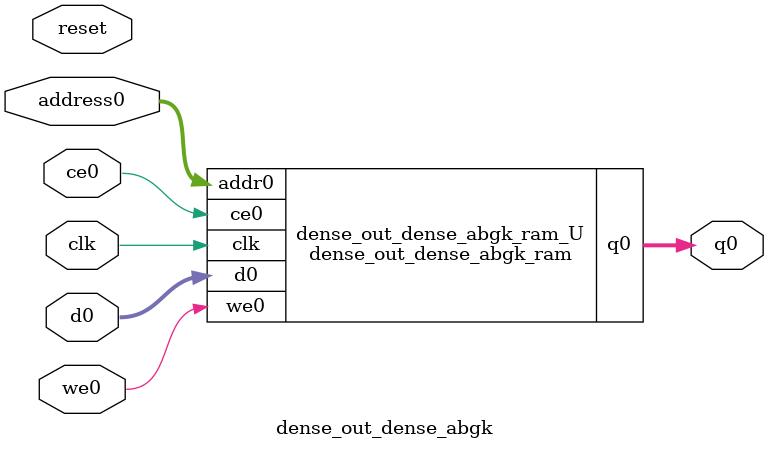
<source format=v>
`timescale 1 ns / 1 ps
module dense_out_dense_abgk_ram (addr0, ce0, d0, we0, q0,  clk);

parameter DWIDTH = 32;
parameter AWIDTH = 4;
parameter MEM_SIZE = 10;

input[AWIDTH-1:0] addr0;
input ce0;
input[DWIDTH-1:0] d0;
input we0;
output reg[DWIDTH-1:0] q0;
input clk;

(* ram_style = "distributed" *)reg [DWIDTH-1:0] ram[0:MEM_SIZE-1];




always @(posedge clk)  
begin 
    if (ce0) 
    begin
        if (we0) 
        begin 
            ram[addr0] <= d0; 
        end 
        q0 <= ram[addr0];
    end
end


endmodule

`timescale 1 ns / 1 ps
module dense_out_dense_abgk(
    reset,
    clk,
    address0,
    ce0,
    we0,
    d0,
    q0);

parameter DataWidth = 32'd32;
parameter AddressRange = 32'd10;
parameter AddressWidth = 32'd4;
input reset;
input clk;
input[AddressWidth - 1:0] address0;
input ce0;
input we0;
input[DataWidth - 1:0] d0;
output[DataWidth - 1:0] q0;



dense_out_dense_abgk_ram dense_out_dense_abgk_ram_U(
    .clk( clk ),
    .addr0( address0 ),
    .ce0( ce0 ),
    .we0( we0 ),
    .d0( d0 ),
    .q0( q0 ));

endmodule


</source>
